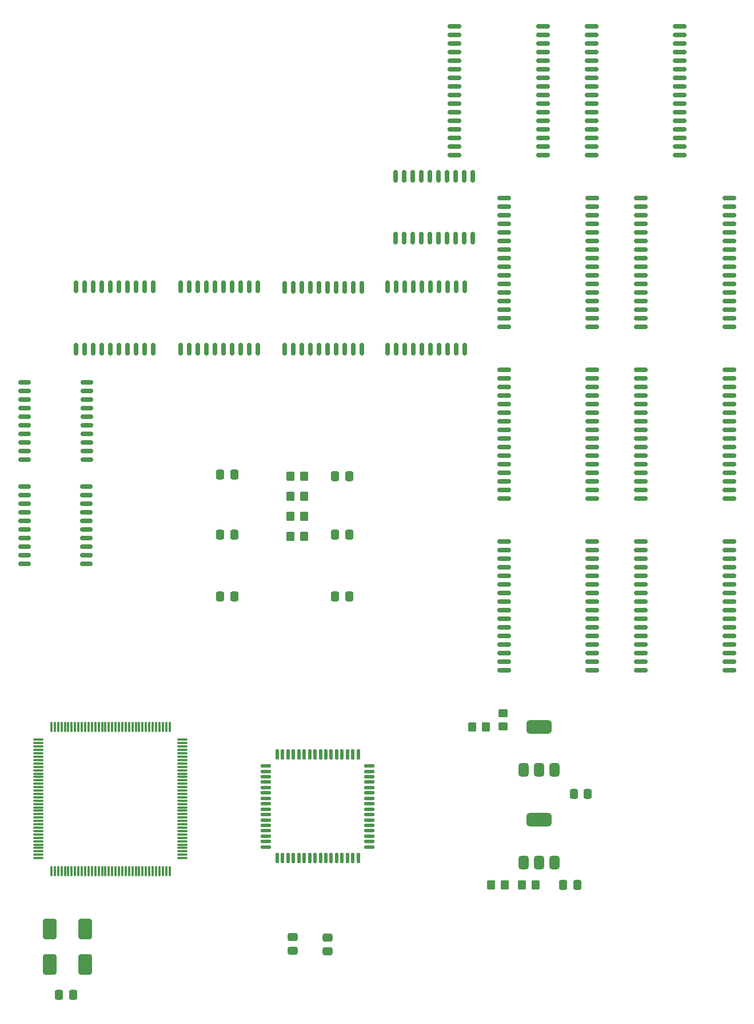
<source format=gbr>
%TF.GenerationSoftware,KiCad,Pcbnew,9.0.2+dfsg-1*%
%TF.CreationDate,2025-09-24T02:43:49+02:00*%
%TF.ProjectId,homebrew_486,686f6d65-6272-4657-975f-3438362e6b69,rev?*%
%TF.SameCoordinates,Original*%
%TF.FileFunction,Paste,Top*%
%TF.FilePolarity,Positive*%
%FSLAX46Y46*%
G04 Gerber Fmt 4.6, Leading zero omitted, Abs format (unit mm)*
G04 Created by KiCad (PCBNEW 9.0.2+dfsg-1) date 2025-09-24 02:43:49*
%MOMM*%
%LPD*%
G01*
G04 APERTURE LIST*
G04 Aperture macros list*
%AMRoundRect*
0 Rectangle with rounded corners*
0 $1 Rounding radius*
0 $2 $3 $4 $5 $6 $7 $8 $9 X,Y pos of 4 corners*
0 Add a 4 corners polygon primitive as box body*
4,1,4,$2,$3,$4,$5,$6,$7,$8,$9,$2,$3,0*
0 Add four circle primitives for the rounded corners*
1,1,$1+$1,$2,$3*
1,1,$1+$1,$4,$5*
1,1,$1+$1,$6,$7*
1,1,$1+$1,$8,$9*
0 Add four rect primitives between the rounded corners*
20,1,$1+$1,$2,$3,$4,$5,0*
20,1,$1+$1,$4,$5,$6,$7,0*
20,1,$1+$1,$6,$7,$8,$9,0*
20,1,$1+$1,$8,$9,$2,$3,0*%
G04 Aperture macros list end*
%ADD10RoundRect,0.150000X0.150000X-0.800000X0.150000X0.800000X-0.150000X0.800000X-0.150000X-0.800000X0*%
%ADD11RoundRect,0.250000X-0.350000X-0.450000X0.350000X-0.450000X0.350000X0.450000X-0.350000X0.450000X0*%
%ADD12RoundRect,0.375000X0.375000X-0.625000X0.375000X0.625000X-0.375000X0.625000X-0.375000X-0.625000X0*%
%ADD13RoundRect,0.500000X1.400000X-0.500000X1.400000X0.500000X-1.400000X0.500000X-1.400000X-0.500000X0*%
%ADD14RoundRect,0.250000X0.337500X0.475000X-0.337500X0.475000X-0.337500X-0.475000X0.337500X-0.475000X0*%
%ADD15RoundRect,0.250000X-0.337500X-0.475000X0.337500X-0.475000X0.337500X0.475000X-0.337500X0.475000X0*%
%ADD16RoundRect,0.150000X-0.875000X-0.150000X0.875000X-0.150000X0.875000X0.150000X-0.875000X0.150000X0*%
%ADD17RoundRect,0.250000X0.475000X-0.337500X0.475000X0.337500X-0.475000X0.337500X-0.475000X-0.337500X0*%
%ADD18RoundRect,0.250001X-0.739999X-1.249999X0.739999X-1.249999X0.739999X1.249999X-0.739999X1.249999X0*%
%ADD19RoundRect,0.150000X0.800000X0.150000X-0.800000X0.150000X-0.800000X-0.150000X0.800000X-0.150000X0*%
%ADD20RoundRect,0.250000X0.350000X0.450000X-0.350000X0.450000X-0.350000X-0.450000X0.350000X-0.450000X0*%
%ADD21RoundRect,0.075000X0.662500X0.075000X-0.662500X0.075000X-0.662500X-0.075000X0.662500X-0.075000X0*%
%ADD22RoundRect,0.075000X0.075000X0.662500X-0.075000X0.662500X-0.075000X-0.662500X0.075000X-0.662500X0*%
%ADD23RoundRect,0.137500X-0.600000X-0.137500X0.600000X-0.137500X0.600000X0.137500X-0.600000X0.137500X0*%
%ADD24RoundRect,0.137500X-0.137500X-0.600000X0.137500X-0.600000X0.137500X0.600000X-0.137500X0.600000X0*%
%ADD25RoundRect,0.250000X-0.450000X0.350000X-0.450000X-0.350000X0.450000X-0.350000X0.450000X0.350000X0*%
G04 APERTURE END LIST*
D10*
%TO.C,U23*%
X117919500Y-48069500D03*
X119189500Y-48069500D03*
X120459500Y-48069500D03*
X121729500Y-48069500D03*
X122999500Y-48069500D03*
X124269500Y-48069500D03*
X125539500Y-48069500D03*
X126809500Y-48069500D03*
X128079500Y-48069500D03*
X129349500Y-48069500D03*
X129349500Y-57269500D03*
X128079500Y-57269500D03*
X126809500Y-57269500D03*
X125539500Y-57269500D03*
X124269500Y-57269500D03*
X122999500Y-57269500D03*
X121729500Y-57269500D03*
X120459500Y-57269500D03*
X119189500Y-57269500D03*
X117919500Y-57269500D03*
%TD*%
D11*
%TO.C,R2*%
X102362000Y-95446000D03*
X104362000Y-95446000D03*
%TD*%
%TO.C,R3*%
X102362000Y-98396000D03*
X104362000Y-98396000D03*
%TD*%
D12*
%TO.C,U3*%
X136878000Y-135890000D03*
X139178000Y-135890000D03*
D13*
X139178000Y-129590000D03*
D12*
X141478000Y-135890000D03*
%TD*%
%TO.C,U4*%
X136878000Y-149606000D03*
X139178000Y-149606000D03*
D13*
X139178000Y-143306000D03*
D12*
X141478000Y-149606000D03*
%TD*%
D14*
%TO.C,C33*%
X70147000Y-169164000D03*
X68072000Y-169164000D03*
%TD*%
D15*
%TO.C,C20*%
X108944500Y-110236000D03*
X111019500Y-110236000D03*
%TD*%
D16*
%TO.C,U14*%
X126654000Y-25908000D03*
X126654000Y-27178000D03*
X126654000Y-28448000D03*
X126654000Y-29718000D03*
X126654000Y-30988000D03*
X126654000Y-32258000D03*
X126654000Y-33528000D03*
X126654000Y-34798000D03*
X126654000Y-36068000D03*
X126654000Y-37338000D03*
X126654000Y-38608000D03*
X126654000Y-39878000D03*
X126654000Y-41148000D03*
X126654000Y-42418000D03*
X126654000Y-43688000D03*
X126654000Y-44958000D03*
X139754000Y-44958000D03*
X139754000Y-43688000D03*
X139754000Y-42418000D03*
X139754000Y-41148000D03*
X139754000Y-39878000D03*
X139754000Y-38608000D03*
X139754000Y-37338000D03*
X139754000Y-36068000D03*
X139754000Y-34798000D03*
X139754000Y-33528000D03*
X139754000Y-32258000D03*
X139754000Y-30988000D03*
X139754000Y-29718000D03*
X139754000Y-28448000D03*
X139754000Y-27178000D03*
X139754000Y-25908000D03*
%TD*%
D15*
%TO.C,C18*%
X108944500Y-92456000D03*
X111019500Y-92456000D03*
%TD*%
D11*
%TO.C,R8*%
X129286000Y-129540000D03*
X131286000Y-129540000D03*
%TD*%
D15*
%TO.C,C22*%
X108944500Y-101092000D03*
X111019500Y-101092000D03*
%TD*%
D11*
%TO.C,R4*%
X102362000Y-101346000D03*
X104362000Y-101346000D03*
%TD*%
D15*
%TO.C,C4*%
X144314000Y-139446000D03*
X146389000Y-139446000D03*
%TD*%
D16*
%TO.C,U13*%
X133966000Y-51308000D03*
X133966000Y-52578000D03*
X133966000Y-53848000D03*
X133966000Y-55118000D03*
X133966000Y-56388000D03*
X133966000Y-57658000D03*
X133966000Y-58928000D03*
X133966000Y-60198000D03*
X133966000Y-61468000D03*
X133966000Y-62738000D03*
X133966000Y-64008000D03*
X133966000Y-65278000D03*
X133966000Y-66548000D03*
X133966000Y-67818000D03*
X133966000Y-69088000D03*
X133966000Y-70358000D03*
X147066000Y-70358000D03*
X147066000Y-69088000D03*
X147066000Y-67818000D03*
X147066000Y-66548000D03*
X147066000Y-65278000D03*
X147066000Y-64008000D03*
X147066000Y-62738000D03*
X147066000Y-61468000D03*
X147066000Y-60198000D03*
X147066000Y-58928000D03*
X147066000Y-57658000D03*
X147066000Y-56388000D03*
X147066000Y-55118000D03*
X147066000Y-53848000D03*
X147066000Y-52578000D03*
X147066000Y-51308000D03*
%TD*%
D14*
%TO.C,C19*%
X94023000Y-110236000D03*
X91948000Y-110236000D03*
%TD*%
%TO.C,C21*%
X94001500Y-101092000D03*
X91926500Y-101092000D03*
%TD*%
D16*
%TO.C,U17*%
X154232000Y-51308000D03*
X154232000Y-52578000D03*
X154232000Y-53848000D03*
X154232000Y-55118000D03*
X154232000Y-56388000D03*
X154232000Y-57658000D03*
X154232000Y-58928000D03*
X154232000Y-60198000D03*
X154232000Y-61468000D03*
X154232000Y-62738000D03*
X154232000Y-64008000D03*
X154232000Y-65278000D03*
X154232000Y-66548000D03*
X154232000Y-67818000D03*
X154232000Y-69088000D03*
X154232000Y-70358000D03*
X167332000Y-70358000D03*
X167332000Y-69088000D03*
X167332000Y-67818000D03*
X167332000Y-66548000D03*
X167332000Y-65278000D03*
X167332000Y-64008000D03*
X167332000Y-62738000D03*
X167332000Y-61468000D03*
X167332000Y-60198000D03*
X167332000Y-58928000D03*
X167332000Y-57658000D03*
X167332000Y-56388000D03*
X167332000Y-55118000D03*
X167332000Y-53848000D03*
X167332000Y-52578000D03*
X167332000Y-51308000D03*
%TD*%
D10*
%TO.C,U6*%
X101473000Y-73716000D03*
X102743000Y-73716000D03*
X104013000Y-73716000D03*
X105283000Y-73716000D03*
X106553000Y-73716000D03*
X107823000Y-73716000D03*
X109093000Y-73716000D03*
X110363000Y-73716000D03*
X111633000Y-73716000D03*
X112903000Y-73716000D03*
X112903000Y-64516000D03*
X111633000Y-64516000D03*
X110363000Y-64516000D03*
X109093000Y-64516000D03*
X107823000Y-64516000D03*
X106553000Y-64516000D03*
X105283000Y-64516000D03*
X104013000Y-64516000D03*
X102743000Y-64516000D03*
X101473000Y-64516000D03*
%TD*%
D17*
%TO.C,C6*%
X102679500Y-162666500D03*
X102679500Y-160591500D03*
%TD*%
D10*
%TO.C,U8*%
X86106000Y-73688000D03*
X87376000Y-73688000D03*
X88646000Y-73688000D03*
X89916000Y-73688000D03*
X91186000Y-73688000D03*
X92456000Y-73688000D03*
X93726000Y-73688000D03*
X94996000Y-73688000D03*
X96266000Y-73688000D03*
X97536000Y-73688000D03*
X97536000Y-64488000D03*
X96266000Y-64488000D03*
X94996000Y-64488000D03*
X93726000Y-64488000D03*
X92456000Y-64488000D03*
X91186000Y-64488000D03*
X89916000Y-64488000D03*
X88646000Y-64488000D03*
X87376000Y-64488000D03*
X86106000Y-64488000D03*
%TD*%
%TO.C,U7*%
X70612000Y-73688000D03*
X71882000Y-73688000D03*
X73152000Y-73688000D03*
X74422000Y-73688000D03*
X75692000Y-73688000D03*
X76962000Y-73688000D03*
X78232000Y-73688000D03*
X79502000Y-73688000D03*
X80772000Y-73688000D03*
X82042000Y-73688000D03*
X82042000Y-64488000D03*
X80772000Y-64488000D03*
X79502000Y-64488000D03*
X78232000Y-64488000D03*
X76962000Y-64488000D03*
X75692000Y-64488000D03*
X74422000Y-64488000D03*
X73152000Y-64488000D03*
X71882000Y-64488000D03*
X70612000Y-64488000D03*
%TD*%
D16*
%TO.C,U11*%
X133966000Y-102108000D03*
X133966000Y-103378000D03*
X133966000Y-104648000D03*
X133966000Y-105918000D03*
X133966000Y-107188000D03*
X133966000Y-108458000D03*
X133966000Y-109728000D03*
X133966000Y-110998000D03*
X133966000Y-112268000D03*
X133966000Y-113538000D03*
X133966000Y-114808000D03*
X133966000Y-116078000D03*
X133966000Y-117348000D03*
X133966000Y-118618000D03*
X133966000Y-119888000D03*
X133966000Y-121158000D03*
X147066000Y-121158000D03*
X147066000Y-119888000D03*
X147066000Y-118618000D03*
X147066000Y-117348000D03*
X147066000Y-116078000D03*
X147066000Y-114808000D03*
X147066000Y-113538000D03*
X147066000Y-112268000D03*
X147066000Y-110998000D03*
X147066000Y-109728000D03*
X147066000Y-108458000D03*
X147066000Y-107188000D03*
X147066000Y-105918000D03*
X147066000Y-104648000D03*
X147066000Y-103378000D03*
X147066000Y-102108000D03*
%TD*%
%TO.C,U15*%
X154232000Y-102108000D03*
X154232000Y-103378000D03*
X154232000Y-104648000D03*
X154232000Y-105918000D03*
X154232000Y-107188000D03*
X154232000Y-108458000D03*
X154232000Y-109728000D03*
X154232000Y-110998000D03*
X154232000Y-112268000D03*
X154232000Y-113538000D03*
X154232000Y-114808000D03*
X154232000Y-116078000D03*
X154232000Y-117348000D03*
X154232000Y-118618000D03*
X154232000Y-119888000D03*
X154232000Y-121158000D03*
X167332000Y-121158000D03*
X167332000Y-119888000D03*
X167332000Y-118618000D03*
X167332000Y-117348000D03*
X167332000Y-116078000D03*
X167332000Y-114808000D03*
X167332000Y-113538000D03*
X167332000Y-112268000D03*
X167332000Y-110998000D03*
X167332000Y-109728000D03*
X167332000Y-108458000D03*
X167332000Y-107188000D03*
X167332000Y-105918000D03*
X167332000Y-104648000D03*
X167332000Y-103378000D03*
X167332000Y-102108000D03*
%TD*%
D18*
%TO.C,Y1*%
X66712000Y-164652000D03*
X71972000Y-164652000D03*
X71972000Y-159452000D03*
X66712000Y-159452000D03*
%TD*%
D19*
%TO.C,U20*%
X72136000Y-105410000D03*
X72136000Y-104140000D03*
X72136000Y-102870000D03*
X72136000Y-101600000D03*
X72136000Y-100330000D03*
X72136000Y-99060000D03*
X72136000Y-97790000D03*
X72136000Y-96520000D03*
X72136000Y-95250000D03*
X72136000Y-93980000D03*
X62936000Y-93980000D03*
X62936000Y-95250000D03*
X62936000Y-96520000D03*
X62936000Y-97790000D03*
X62936000Y-99060000D03*
X62936000Y-100330000D03*
X62936000Y-101600000D03*
X62936000Y-102870000D03*
X62936000Y-104140000D03*
X62936000Y-105410000D03*
%TD*%
D15*
%TO.C,C3*%
X142726500Y-152908000D03*
X144801500Y-152908000D03*
%TD*%
D11*
%TO.C,R6*%
X132096000Y-152908000D03*
X134096000Y-152908000D03*
%TD*%
D10*
%TO.C,U5*%
X116713000Y-73660000D03*
X117983000Y-73660000D03*
X119253000Y-73660000D03*
X120523000Y-73660000D03*
X121793000Y-73660000D03*
X123063000Y-73660000D03*
X124333000Y-73660000D03*
X125603000Y-73660000D03*
X126873000Y-73660000D03*
X128143000Y-73660000D03*
X128143000Y-64460000D03*
X126873000Y-64460000D03*
X125603000Y-64460000D03*
X124333000Y-64460000D03*
X123063000Y-64460000D03*
X121793000Y-64460000D03*
X120523000Y-64460000D03*
X119253000Y-64460000D03*
X117983000Y-64460000D03*
X116713000Y-64460000D03*
%TD*%
D16*
%TO.C,U12*%
X133966000Y-76708000D03*
X133966000Y-77978000D03*
X133966000Y-79248000D03*
X133966000Y-80518000D03*
X133966000Y-81788000D03*
X133966000Y-83058000D03*
X133966000Y-84328000D03*
X133966000Y-85598000D03*
X133966000Y-86868000D03*
X133966000Y-88138000D03*
X133966000Y-89408000D03*
X133966000Y-90678000D03*
X133966000Y-91948000D03*
X133966000Y-93218000D03*
X133966000Y-94488000D03*
X133966000Y-95758000D03*
X147066000Y-95758000D03*
X147066000Y-94488000D03*
X147066000Y-93218000D03*
X147066000Y-91948000D03*
X147066000Y-90678000D03*
X147066000Y-89408000D03*
X147066000Y-88138000D03*
X147066000Y-86868000D03*
X147066000Y-85598000D03*
X147066000Y-84328000D03*
X147066000Y-83058000D03*
X147066000Y-81788000D03*
X147066000Y-80518000D03*
X147066000Y-79248000D03*
X147066000Y-77978000D03*
X147066000Y-76708000D03*
%TD*%
D11*
%TO.C,R1*%
X102362000Y-92496000D03*
X104362000Y-92496000D03*
%TD*%
D16*
%TO.C,U16*%
X154232000Y-76708000D03*
X154232000Y-77978000D03*
X154232000Y-79248000D03*
X154232000Y-80518000D03*
X154232000Y-81788000D03*
X154232000Y-83058000D03*
X154232000Y-84328000D03*
X154232000Y-85598000D03*
X154232000Y-86868000D03*
X154232000Y-88138000D03*
X154232000Y-89408000D03*
X154232000Y-90678000D03*
X154232000Y-91948000D03*
X154232000Y-93218000D03*
X154232000Y-94488000D03*
X154232000Y-95758000D03*
X167332000Y-95758000D03*
X167332000Y-94488000D03*
X167332000Y-93218000D03*
X167332000Y-91948000D03*
X167332000Y-90678000D03*
X167332000Y-89408000D03*
X167332000Y-88138000D03*
X167332000Y-86868000D03*
X167332000Y-85598000D03*
X167332000Y-84328000D03*
X167332000Y-83058000D03*
X167332000Y-81788000D03*
X167332000Y-80518000D03*
X167332000Y-79248000D03*
X167332000Y-77978000D03*
X167332000Y-76708000D03*
%TD*%
D20*
%TO.C,R5*%
X138668000Y-152908000D03*
X136668000Y-152908000D03*
%TD*%
D21*
%TO.C,U2*%
X86354500Y-148958000D03*
X86354500Y-148458000D03*
X86354500Y-147958000D03*
X86354500Y-147458000D03*
X86354500Y-146958000D03*
X86354500Y-146458000D03*
X86354500Y-145958000D03*
X86354500Y-145458000D03*
X86354500Y-144958000D03*
X86354500Y-144458000D03*
X86354500Y-143958000D03*
X86354500Y-143458000D03*
X86354500Y-142958000D03*
X86354500Y-142458000D03*
X86354500Y-141958000D03*
X86354500Y-141458000D03*
X86354500Y-140958000D03*
X86354500Y-140458000D03*
X86354500Y-139958000D03*
X86354500Y-139458000D03*
X86354500Y-138958000D03*
X86354500Y-138458000D03*
X86354500Y-137958000D03*
X86354500Y-137458000D03*
X86354500Y-136958000D03*
X86354500Y-136458000D03*
X86354500Y-135958000D03*
X86354500Y-135458000D03*
X86354500Y-134958000D03*
X86354500Y-134458000D03*
X86354500Y-133958000D03*
X86354500Y-133458000D03*
X86354500Y-132958000D03*
X86354500Y-132458000D03*
X86354500Y-131958000D03*
X86354500Y-131458000D03*
D22*
X84442000Y-129545500D03*
X83942000Y-129545500D03*
X83442000Y-129545500D03*
X82942000Y-129545500D03*
X82442000Y-129545500D03*
X81942000Y-129545500D03*
X81442000Y-129545500D03*
X80942000Y-129545500D03*
X80442000Y-129545500D03*
X79942000Y-129545500D03*
X79442000Y-129545500D03*
X78942000Y-129545500D03*
X78442000Y-129545500D03*
X77942000Y-129545500D03*
X77442000Y-129545500D03*
X76942000Y-129545500D03*
X76442000Y-129545500D03*
X75942000Y-129545500D03*
X75442000Y-129545500D03*
X74942000Y-129545500D03*
X74442000Y-129545500D03*
X73942000Y-129545500D03*
X73442000Y-129545500D03*
X72942000Y-129545500D03*
X72442000Y-129545500D03*
X71942000Y-129545500D03*
X71442000Y-129545500D03*
X70942000Y-129545500D03*
X70442000Y-129545500D03*
X69942000Y-129545500D03*
X69442000Y-129545500D03*
X68942000Y-129545500D03*
X68442000Y-129545500D03*
X67942000Y-129545500D03*
X67442000Y-129545500D03*
X66942000Y-129545500D03*
D21*
X65029500Y-131458000D03*
X65029500Y-131958000D03*
X65029500Y-132458000D03*
X65029500Y-132958000D03*
X65029500Y-133458000D03*
X65029500Y-133958000D03*
X65029500Y-134458000D03*
X65029500Y-134958000D03*
X65029500Y-135458000D03*
X65029500Y-135958000D03*
X65029500Y-136458000D03*
X65029500Y-136958000D03*
X65029500Y-137458000D03*
X65029500Y-137958000D03*
X65029500Y-138458000D03*
X65029500Y-138958000D03*
X65029500Y-139458000D03*
X65029500Y-139958000D03*
X65029500Y-140458000D03*
X65029500Y-140958000D03*
X65029500Y-141458000D03*
X65029500Y-141958000D03*
X65029500Y-142458000D03*
X65029500Y-142958000D03*
X65029500Y-143458000D03*
X65029500Y-143958000D03*
X65029500Y-144458000D03*
X65029500Y-144958000D03*
X65029500Y-145458000D03*
X65029500Y-145958000D03*
X65029500Y-146458000D03*
X65029500Y-146958000D03*
X65029500Y-147458000D03*
X65029500Y-147958000D03*
X65029500Y-148458000D03*
X65029500Y-148958000D03*
D22*
X66942000Y-150870500D03*
X67442000Y-150870500D03*
X67942000Y-150870500D03*
X68442000Y-150870500D03*
X68942000Y-150870500D03*
X69442000Y-150870500D03*
X69942000Y-150870500D03*
X70442000Y-150870500D03*
X70942000Y-150870500D03*
X71442000Y-150870500D03*
X71942000Y-150870500D03*
X72442000Y-150870500D03*
X72942000Y-150870500D03*
X73442000Y-150870500D03*
X73942000Y-150870500D03*
X74442000Y-150870500D03*
X74942000Y-150870500D03*
X75442000Y-150870500D03*
X75942000Y-150870500D03*
X76442000Y-150870500D03*
X76942000Y-150870500D03*
X77442000Y-150870500D03*
X77942000Y-150870500D03*
X78442000Y-150870500D03*
X78942000Y-150870500D03*
X79442000Y-150870500D03*
X79942000Y-150870500D03*
X80442000Y-150870500D03*
X80942000Y-150870500D03*
X81442000Y-150870500D03*
X81942000Y-150870500D03*
X82442000Y-150870500D03*
X82942000Y-150870500D03*
X83442000Y-150870500D03*
X83942000Y-150870500D03*
X84442000Y-150870500D03*
%TD*%
D14*
%TO.C,C17*%
X94023000Y-92202000D03*
X91948000Y-92202000D03*
%TD*%
D19*
%TO.C,U19*%
X72164000Y-90043000D03*
X72164000Y-88773000D03*
X72164000Y-87503000D03*
X72164000Y-86233000D03*
X72164000Y-84963000D03*
X72164000Y-83693000D03*
X72164000Y-82423000D03*
X72164000Y-81153000D03*
X72164000Y-79883000D03*
X72164000Y-78613000D03*
X62964000Y-78613000D03*
X62964000Y-79883000D03*
X62964000Y-81153000D03*
X62964000Y-82423000D03*
X62964000Y-83693000D03*
X62964000Y-84963000D03*
X62964000Y-86233000D03*
X62964000Y-87503000D03*
X62964000Y-88773000D03*
X62964000Y-90043000D03*
%TD*%
D16*
%TO.C,U18*%
X146920000Y-25908000D03*
X146920000Y-27178000D03*
X146920000Y-28448000D03*
X146920000Y-29718000D03*
X146920000Y-30988000D03*
X146920000Y-32258000D03*
X146920000Y-33528000D03*
X146920000Y-34798000D03*
X146920000Y-36068000D03*
X146920000Y-37338000D03*
X146920000Y-38608000D03*
X146920000Y-39878000D03*
X146920000Y-41148000D03*
X146920000Y-42418000D03*
X146920000Y-43688000D03*
X146920000Y-44958000D03*
X160020000Y-44958000D03*
X160020000Y-43688000D03*
X160020000Y-42418000D03*
X160020000Y-41148000D03*
X160020000Y-39878000D03*
X160020000Y-38608000D03*
X160020000Y-37338000D03*
X160020000Y-36068000D03*
X160020000Y-34798000D03*
X160020000Y-33528000D03*
X160020000Y-32258000D03*
X160020000Y-30988000D03*
X160020000Y-29718000D03*
X160020000Y-28448000D03*
X160020000Y-27178000D03*
X160020000Y-25908000D03*
%TD*%
D23*
%TO.C,U22*%
X98721000Y-135320000D03*
X98721000Y-136120000D03*
X98721000Y-136920000D03*
X98721000Y-137720000D03*
X98721000Y-138520000D03*
X98721000Y-139320000D03*
X98721000Y-140120000D03*
X98721000Y-140920000D03*
X98721000Y-141720000D03*
X98721000Y-142520000D03*
X98721000Y-143320000D03*
X98721000Y-144120000D03*
X98721000Y-144920000D03*
X98721000Y-145720000D03*
X98721000Y-146520000D03*
X98721000Y-147320000D03*
D24*
X100383500Y-148982500D03*
X101183500Y-148982500D03*
X101983500Y-148982500D03*
X102783500Y-148982500D03*
X103583500Y-148982500D03*
X104383500Y-148982500D03*
X105183500Y-148982500D03*
X105983500Y-148982500D03*
X106783500Y-148982500D03*
X107583500Y-148982500D03*
X108383500Y-148982500D03*
X109183500Y-148982500D03*
X109983500Y-148982500D03*
X110783500Y-148982500D03*
X111583500Y-148982500D03*
X112383500Y-148982500D03*
D23*
X114046000Y-147320000D03*
X114046000Y-146520000D03*
X114046000Y-145720000D03*
X114046000Y-144920000D03*
X114046000Y-144120000D03*
X114046000Y-143320000D03*
X114046000Y-142520000D03*
X114046000Y-141720000D03*
X114046000Y-140920000D03*
X114046000Y-140120000D03*
X114046000Y-139320000D03*
X114046000Y-138520000D03*
X114046000Y-137720000D03*
X114046000Y-136920000D03*
X114046000Y-136120000D03*
X114046000Y-135320000D03*
D24*
X112383500Y-133657500D03*
X111583500Y-133657500D03*
X110783500Y-133657500D03*
X109983500Y-133657500D03*
X109183500Y-133657500D03*
X108383500Y-133657500D03*
X107583500Y-133657500D03*
X106783500Y-133657500D03*
X105983500Y-133657500D03*
X105183500Y-133657500D03*
X104383500Y-133657500D03*
X103583500Y-133657500D03*
X102783500Y-133657500D03*
X101983500Y-133657500D03*
X101183500Y-133657500D03*
X100383500Y-133657500D03*
%TD*%
D25*
%TO.C,R7*%
X133858000Y-127508000D03*
X133858000Y-129508000D03*
%TD*%
D17*
%TO.C,C5*%
X107823000Y-162767500D03*
X107823000Y-160692500D03*
%TD*%
M02*

</source>
